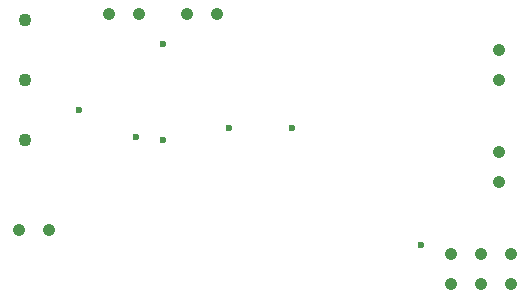
<source format=gbr>
G04 Generated by Ultiboard 14.0 *
%FSLAX24Y24*%
%MOIN*%

%ADD10C,0.0001*%
%ADD11C,0.0236*%
%ADD12C,0.0420*%
%ADD13C,0.0433*%


G04 ColorRGB 000000 for the following layer *
%LNDrill-Copper Top-Copper Bottom*%
%LPD*%
G54D11*
X8600Y6400D03*
X10700Y6400D03*
X15000Y2500D03*
X5500Y6100D03*
X6400Y9200D03*
X6400Y6000D03*
X3600Y7000D03*
G54D12*
X1600Y3000D03*
X2600Y3000D03*
X4600Y10200D03*
X5600Y10200D03*
X7200Y10200D03*
X8200Y10200D03*
X16000Y2200D03*
X16000Y1200D03*
X17000Y2200D03*
X18000Y2200D03*
X17000Y1200D03*
X18000Y1200D03*
X17600Y8000D03*
X17600Y9000D03*
X17600Y4600D03*
X17600Y5600D03*
G54D13*
X1800Y10000D03*
X1800Y8000D03*
X1800Y6000D03*

M02*

</source>
